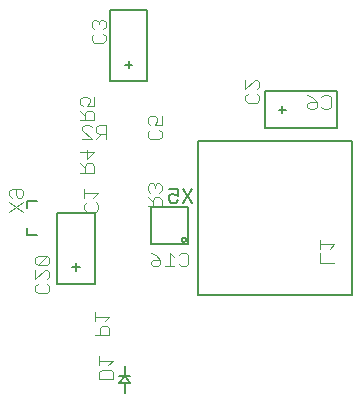
<source format=gbr>
G75*
%MOIN*%
%OFA0B0*%
%FSLAX25Y25*%
%IPPOS*%
%LPD*%
%AMOC8*
5,1,8,0,0,1.08239X$1,22.5*
%
%ADD10C,0.00400*%
%ADD11C,0.00600*%
%ADD12C,0.00500*%
D10*
X0040550Y0030550D02*
X0040550Y0032852D01*
X0041317Y0033619D01*
X0044387Y0033619D01*
X0045154Y0032852D01*
X0045154Y0030550D01*
X0040550Y0030550D01*
X0040550Y0035154D02*
X0040550Y0038223D01*
X0040550Y0036689D02*
X0045154Y0036689D01*
X0043619Y0035154D01*
X0043904Y0045092D02*
X0039300Y0045092D01*
X0040835Y0045092D02*
X0040835Y0047394D01*
X0041602Y0048161D01*
X0043137Y0048161D01*
X0043904Y0047394D01*
X0043904Y0045092D01*
X0042369Y0049696D02*
X0043904Y0051231D01*
X0039300Y0051231D01*
X0039300Y0052765D02*
X0039300Y0049696D01*
X0023904Y0060006D02*
X0023137Y0059238D01*
X0020067Y0059238D01*
X0019300Y0060006D01*
X0019300Y0061540D01*
X0020067Y0062307D01*
X0019300Y0063842D02*
X0022369Y0066911D01*
X0023137Y0066911D01*
X0023904Y0066144D01*
X0023904Y0064609D01*
X0023137Y0063842D01*
X0023137Y0062307D02*
X0023904Y0061540D01*
X0023904Y0060006D01*
X0019300Y0063842D02*
X0019300Y0066911D01*
X0020067Y0068446D02*
X0023137Y0071515D01*
X0020067Y0071515D01*
X0019300Y0070748D01*
X0019300Y0069213D01*
X0020067Y0068446D01*
X0023137Y0068446D01*
X0023904Y0069213D01*
X0023904Y0070748D01*
X0023137Y0071515D01*
X0015154Y0086342D02*
X0010550Y0089411D01*
X0011317Y0090946D02*
X0010550Y0091713D01*
X0010550Y0093248D01*
X0011317Y0094015D01*
X0014387Y0094015D01*
X0015154Y0093248D01*
X0015154Y0091713D01*
X0014387Y0090946D01*
X0013619Y0090946D01*
X0012852Y0091713D01*
X0012852Y0094015D01*
X0015154Y0089411D02*
X0010550Y0086342D01*
X0035550Y0087109D02*
X0035550Y0088644D01*
X0036317Y0089411D01*
X0035550Y0090946D02*
X0035550Y0094015D01*
X0035550Y0092481D02*
X0040154Y0092481D01*
X0038619Y0090946D01*
X0039387Y0089411D02*
X0040154Y0088644D01*
X0040154Y0087109D01*
X0039387Y0086342D01*
X0036317Y0086342D01*
X0035550Y0087109D01*
X0035835Y0099300D02*
X0035835Y0101602D01*
X0036602Y0102369D01*
X0038137Y0102369D01*
X0038904Y0101602D01*
X0038904Y0099300D01*
X0034300Y0099300D01*
X0035835Y0100835D02*
X0034300Y0102369D01*
X0036602Y0103904D02*
X0036602Y0106973D01*
X0034300Y0106206D02*
X0038904Y0106206D01*
X0036602Y0103904D01*
X0038046Y0110550D02*
X0034977Y0110550D01*
X0038046Y0110550D02*
X0034977Y0113619D01*
X0034977Y0114387D01*
X0035744Y0115154D01*
X0037279Y0115154D01*
X0038046Y0114387D01*
X0039581Y0114387D02*
X0039581Y0112852D01*
X0040348Y0112085D01*
X0042650Y0112085D01*
X0041115Y0112085D02*
X0039581Y0110550D01*
X0042650Y0110550D02*
X0042650Y0115154D01*
X0040348Y0115154D01*
X0039581Y0114387D01*
X0038904Y0116800D02*
X0038904Y0119102D01*
X0038137Y0119869D01*
X0036602Y0119869D01*
X0035835Y0119102D01*
X0035835Y0116800D01*
X0035835Y0118335D02*
X0034300Y0119869D01*
X0035067Y0121404D02*
X0034300Y0122171D01*
X0034300Y0123706D01*
X0035067Y0124473D01*
X0036602Y0124473D01*
X0037369Y0123706D01*
X0037369Y0122939D01*
X0036602Y0121404D01*
X0038904Y0121404D01*
X0038904Y0124473D01*
X0038904Y0116800D02*
X0034300Y0116800D01*
X0056800Y0117456D02*
X0056800Y0115921D01*
X0057567Y0115154D01*
X0057567Y0113619D02*
X0056800Y0112852D01*
X0056800Y0111317D01*
X0057567Y0110550D01*
X0060637Y0110550D01*
X0061404Y0111317D01*
X0061404Y0112852D01*
X0060637Y0113619D01*
X0061404Y0115154D02*
X0059102Y0115154D01*
X0059869Y0116689D01*
X0059869Y0117456D01*
X0059102Y0118223D01*
X0057567Y0118223D01*
X0056800Y0117456D01*
X0061404Y0118223D02*
X0061404Y0115154D01*
X0060637Y0095723D02*
X0059869Y0095723D01*
X0059102Y0094956D01*
X0058335Y0095723D01*
X0057567Y0095723D01*
X0056800Y0094956D01*
X0056800Y0093421D01*
X0057567Y0092654D01*
X0056800Y0091119D02*
X0058335Y0089585D01*
X0058335Y0090352D02*
X0058335Y0088050D01*
X0056800Y0088050D02*
X0061404Y0088050D01*
X0061404Y0090352D01*
X0060637Y0091119D01*
X0059102Y0091119D01*
X0058335Y0090352D01*
X0060637Y0092654D02*
X0061404Y0093421D01*
X0061404Y0094956D01*
X0060637Y0095723D01*
X0059102Y0094956D02*
X0059102Y0094189D01*
X0057873Y0072654D02*
X0059408Y0071887D01*
X0060942Y0070352D01*
X0058640Y0070352D01*
X0057873Y0069585D01*
X0057873Y0068817D01*
X0058640Y0068050D01*
X0060175Y0068050D01*
X0060942Y0068817D01*
X0060942Y0070352D01*
X0062477Y0068050D02*
X0065546Y0068050D01*
X0064011Y0068050D02*
X0064011Y0072654D01*
X0065546Y0071119D01*
X0067081Y0071887D02*
X0067848Y0072654D01*
X0069383Y0072654D01*
X0070150Y0071887D01*
X0070150Y0068817D01*
X0069383Y0068050D01*
X0067848Y0068050D01*
X0067081Y0068817D01*
X0114300Y0069300D02*
X0114300Y0072369D01*
X0114300Y0073904D02*
X0114300Y0076973D01*
X0114300Y0075439D02*
X0118904Y0075439D01*
X0117369Y0073904D01*
X0118904Y0069300D02*
X0114300Y0069300D01*
X0115348Y0120550D02*
X0114581Y0121317D01*
X0115348Y0120550D02*
X0116883Y0120550D01*
X0117650Y0121317D01*
X0117650Y0124387D01*
X0116883Y0125154D01*
X0115348Y0125154D01*
X0114581Y0124387D01*
X0113046Y0122852D02*
X0110744Y0122852D01*
X0109977Y0122085D01*
X0109977Y0121317D01*
X0110744Y0120550D01*
X0112279Y0120550D01*
X0113046Y0121317D01*
X0113046Y0122852D01*
X0111511Y0124387D01*
X0109977Y0125154D01*
X0093904Y0124894D02*
X0093904Y0123359D01*
X0093137Y0122592D01*
X0090067Y0122592D01*
X0089300Y0123359D01*
X0089300Y0124894D01*
X0090067Y0125661D01*
X0089300Y0127196D02*
X0092369Y0130265D01*
X0093137Y0130265D01*
X0093904Y0129498D01*
X0093904Y0127963D01*
X0093137Y0127196D01*
X0093137Y0125661D02*
X0093904Y0124894D01*
X0089300Y0127196D02*
X0089300Y0130265D01*
X0042654Y0143359D02*
X0041887Y0142592D01*
X0038817Y0142592D01*
X0038050Y0143359D01*
X0038050Y0144894D01*
X0038817Y0145661D01*
X0038817Y0147196D02*
X0038050Y0147963D01*
X0038050Y0149498D01*
X0038817Y0150265D01*
X0039585Y0150265D01*
X0040352Y0149498D01*
X0040352Y0148731D01*
X0040352Y0149498D02*
X0041119Y0150265D01*
X0041887Y0150265D01*
X0042654Y0149498D01*
X0042654Y0147963D01*
X0041887Y0147196D01*
X0041887Y0145661D02*
X0042654Y0144894D01*
X0042654Y0143359D01*
D11*
X0019700Y0089700D02*
X0016500Y0089700D01*
X0016500Y0087500D01*
X0016500Y0080700D02*
X0016500Y0078500D01*
X0019700Y0078500D01*
D12*
X0026600Y0085975D02*
X0039100Y0085975D01*
X0039100Y0062225D01*
X0026600Y0062225D01*
X0026600Y0085975D01*
X0032850Y0069100D02*
X0032850Y0066600D01*
X0034100Y0067850D02*
X0031600Y0067850D01*
X0057899Y0075399D02*
X0057899Y0087801D01*
X0070301Y0087801D01*
X0070301Y0075399D01*
X0057899Y0075399D01*
X0068129Y0077000D02*
X0068131Y0077051D01*
X0068137Y0077102D01*
X0068147Y0077153D01*
X0068160Y0077202D01*
X0068178Y0077251D01*
X0068199Y0077298D01*
X0068223Y0077343D01*
X0068251Y0077386D01*
X0068282Y0077427D01*
X0068317Y0077465D01*
X0068354Y0077501D01*
X0068393Y0077534D01*
X0068435Y0077563D01*
X0068479Y0077589D01*
X0068526Y0077612D01*
X0068573Y0077632D01*
X0068622Y0077647D01*
X0068672Y0077659D01*
X0068723Y0077667D01*
X0068774Y0077671D01*
X0068826Y0077671D01*
X0068877Y0077667D01*
X0068928Y0077659D01*
X0068978Y0077647D01*
X0069027Y0077632D01*
X0069074Y0077612D01*
X0069121Y0077589D01*
X0069165Y0077563D01*
X0069207Y0077534D01*
X0069246Y0077501D01*
X0069283Y0077465D01*
X0069318Y0077427D01*
X0069349Y0077386D01*
X0069377Y0077343D01*
X0069401Y0077298D01*
X0069422Y0077251D01*
X0069440Y0077202D01*
X0069453Y0077153D01*
X0069463Y0077102D01*
X0069469Y0077051D01*
X0069471Y0077000D01*
X0069469Y0076949D01*
X0069463Y0076898D01*
X0069453Y0076847D01*
X0069440Y0076798D01*
X0069422Y0076749D01*
X0069401Y0076702D01*
X0069377Y0076657D01*
X0069349Y0076614D01*
X0069318Y0076573D01*
X0069283Y0076535D01*
X0069246Y0076499D01*
X0069207Y0076466D01*
X0069165Y0076437D01*
X0069121Y0076411D01*
X0069074Y0076388D01*
X0069027Y0076368D01*
X0068978Y0076353D01*
X0068928Y0076341D01*
X0068877Y0076333D01*
X0068826Y0076329D01*
X0068774Y0076329D01*
X0068723Y0076333D01*
X0068672Y0076341D01*
X0068622Y0076353D01*
X0068573Y0076368D01*
X0068526Y0076388D01*
X0068479Y0076411D01*
X0068435Y0076437D01*
X0068393Y0076466D01*
X0068354Y0076499D01*
X0068317Y0076535D01*
X0068282Y0076573D01*
X0068251Y0076614D01*
X0068223Y0076657D01*
X0068199Y0076702D01*
X0068178Y0076749D01*
X0068160Y0076798D01*
X0068147Y0076847D01*
X0068137Y0076898D01*
X0068131Y0076949D01*
X0068129Y0077000D01*
X0068347Y0089350D02*
X0071350Y0093854D01*
X0068347Y0093854D02*
X0071350Y0089350D01*
X0066746Y0090101D02*
X0065995Y0089350D01*
X0064494Y0089350D01*
X0063744Y0090101D01*
X0063744Y0091602D01*
X0064494Y0092353D01*
X0065245Y0092353D01*
X0066746Y0091602D01*
X0066746Y0093854D01*
X0063744Y0093854D01*
X0073509Y0109691D02*
X0124691Y0109691D01*
X0124691Y0058509D01*
X0073509Y0058509D01*
X0073509Y0109691D01*
X0056600Y0129725D02*
X0056600Y0153475D01*
X0044100Y0153475D01*
X0044100Y0129725D01*
X0056600Y0129725D01*
X0051600Y0135350D02*
X0049100Y0135350D01*
X0050350Y0136600D02*
X0050350Y0134100D01*
X0095975Y0126600D02*
X0095975Y0114100D01*
X0119725Y0114100D01*
X0119725Y0126600D01*
X0095975Y0126600D01*
X0101600Y0121600D02*
X0101600Y0119100D01*
X0102850Y0120350D02*
X0100350Y0120350D01*
X0049100Y0034725D02*
X0049100Y0031600D01*
X0047225Y0031600D01*
X0049100Y0031600D02*
X0050975Y0031600D01*
X0049100Y0031600D02*
X0047225Y0029100D01*
X0049100Y0029100D01*
X0049100Y0025975D01*
X0049100Y0029100D02*
X0050975Y0029100D01*
X0049100Y0031600D01*
M02*

</source>
